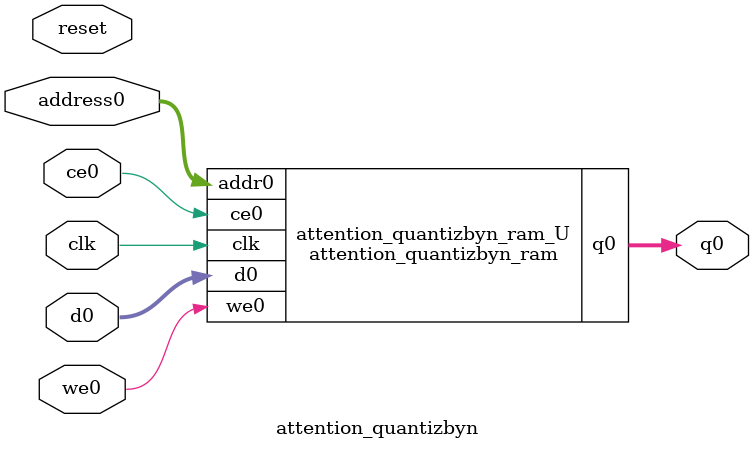
<source format=v>
`timescale 1 ns / 1 ps
module attention_quantizbyn_ram (addr0, ce0, d0, we0, q0,  clk);

parameter DWIDTH = 8;
parameter AWIDTH = 3;
parameter MEM_SIZE = 6;

input[AWIDTH-1:0] addr0;
input ce0;
input[DWIDTH-1:0] d0;
input we0;
output reg[DWIDTH-1:0] q0;
input clk;

(* ram_style = "distributed" *)reg [DWIDTH-1:0] ram[0:MEM_SIZE-1];




always @(posedge clk)  
begin 
    if (ce0) begin
        if (we0) 
            ram[addr0] <= d0; 
        q0 <= ram[addr0];
    end
end


endmodule

`timescale 1 ns / 1 ps
module attention_quantizbyn(
    reset,
    clk,
    address0,
    ce0,
    we0,
    d0,
    q0);

parameter DataWidth = 32'd8;
parameter AddressRange = 32'd6;
parameter AddressWidth = 32'd3;
input reset;
input clk;
input[AddressWidth - 1:0] address0;
input ce0;
input we0;
input[DataWidth - 1:0] d0;
output[DataWidth - 1:0] q0;



attention_quantizbyn_ram attention_quantizbyn_ram_U(
    .clk( clk ),
    .addr0( address0 ),
    .ce0( ce0 ),
    .we0( we0 ),
    .d0( d0 ),
    .q0( q0 ));

endmodule


</source>
